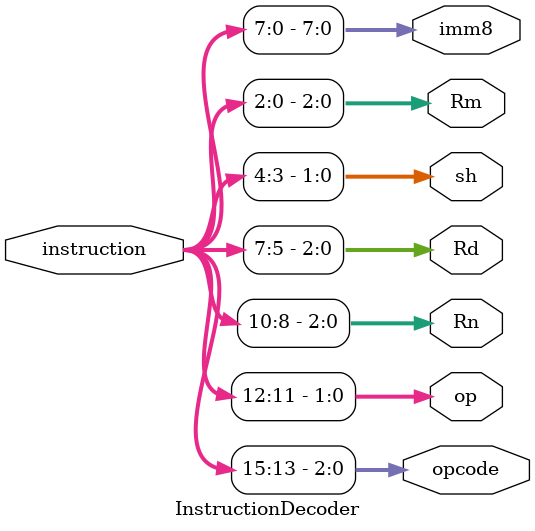
<source format=sv>

module InstructionDecoder(
    input [15:0] instruction,
    output reg [2:0] opcode,
    output reg [1:0] op,
    output reg [2:0] Rn,
    output reg [2:0] Rd,
    output reg [1:0] sh,
    output reg [2:0] Rm,
    output reg [7:0] imm8
);
    
    assign opcode = instruction[15:13];
    assign op = instruction[12:11];
    assign Rn = instruction[10:8];
    assign Rd = instruction[7:5];
    assign sh = instruction[4:3];
    assign Rm = instruction[2:0];
    assign imm8 = instruction[7:0];

endmodule

</source>
